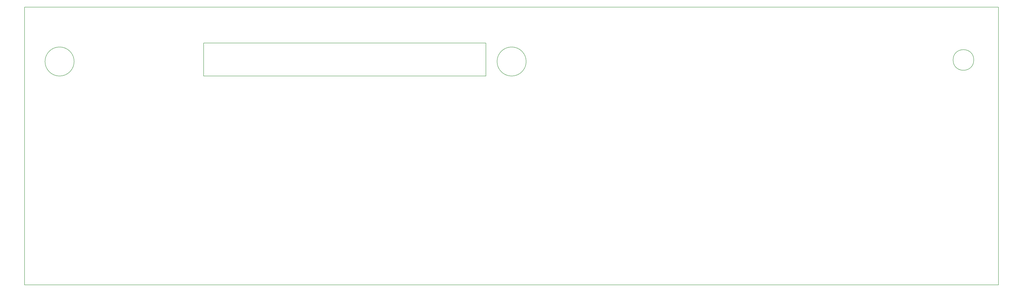
<source format=gbr>
G04 #@! TF.FileFunction,Profile,NP*
%FSLAX46Y46*%
G04 Gerber Fmt 4.6, Leading zero omitted, Abs format (unit mm)*
G04 Created by KiCad (PCBNEW 4.0.5+dfsg1-4) date Wed Feb  7 06:21:37 2018*
%MOMM*%
%LPD*%
G01*
G04 APERTURE LIST*
%ADD10C,0.100000*%
%ADD11C,0.200000*%
%ADD12C,0.150000*%
G04 APERTURE END LIST*
D10*
D11*
X219300000Y-31000000D02*
X95600000Y-31000000D01*
X95600000Y-45500000D02*
X95600000Y-31000000D01*
X219300000Y-45500000D02*
X95600000Y-45500000D01*
X219300000Y-31000000D02*
X219300000Y-45500000D01*
X38878087Y-39100000D02*
G75*
G03X38878087Y-39100000I-6378087J0D01*
G01*
X236978087Y-39100000D02*
G75*
G03X236978087Y-39100000I-6378087J0D01*
G01*
X433134314Y-38425000D02*
G75*
G03X433134314Y-38425000I-4534314J0D01*
G01*
D12*
X17145000Y-137160000D02*
X17145000Y-15240000D01*
X443950000Y-137160000D02*
X17145000Y-137160000D01*
X443950000Y-15240000D02*
X443950000Y-137160000D01*
X17145000Y-15240000D02*
X443950000Y-15240000D01*
M02*

</source>
